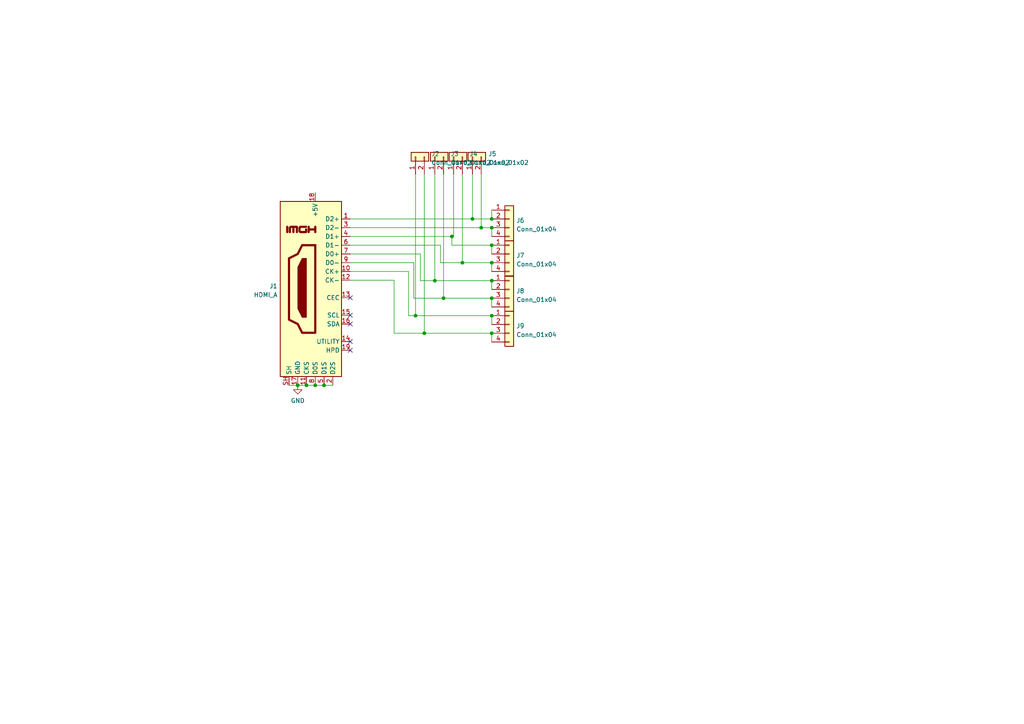
<source format=kicad_sch>
(kicad_sch (version 20211123) (generator eeschema)
  (paper "A4")
  (lib_symbols
    (symbol "Connector:HDMI_A"
      (property "Reference" "J" (at -6.35 26.67 0))
      (property "Value" "HDMI_A" (at 10.16 26.67 0))
      (symbol "HDMI_A_0_0"
        (polyline (pts (xy 8.128 16.51) (xy 8.128 18.034)) (stroke (width 0.635)))
        (polyline (pts (xy 0 16.51) (xy 0 18.034) (xy 0 17.272) (xy 1.905 17.272) (xy 1.905 18.034) (xy 1.905 16.51)) (stroke (width 0.635)))
        (polyline (pts (xy 2.667 18.034) (xy 4.318 18.034) (xy 4.572 17.78) (xy 4.572 16.764) (xy 4.318 16.51) (xy 2.667 16.51) (xy 2.667 17.272)) (stroke (width 0.635)))
      )
      (symbol "HDMI_A_0_1"
        (rectangle (start -7.62 25.4) (end 10.16 -25.4) (stroke (width 0.254)) (fill (type background)))
        (polyline (pts (xy 2.54 8.89) (xy 3.81 8.89) (xy 5.08 6.35) (xy 5.08 -5.715) (xy 3.81 -8.255) (xy 2.54 -8.255) (xy 2.54 8.89)) (fill (type outline)))
        (polyline (pts (xy 5.334 16.51) (xy 5.334 18.034) (xy 6.35 18.034) (xy 6.35 16.51) (xy 6.35 18.034) (xy 7.112 18.034) (xy 7.366 17.78) (xy 7.366 16.51)) (stroke (width 0.635)))
        (polyline (pts (xy 0 12.7) (xy 0 -12.7) (xy 3.81 -12.7) (xy 5.08 -10.16) (xy 7.62 -8.89) (xy 7.62 8.89) (xy 5.08 10.16) (xy 3.81 12.7) (xy 0 12.7)) (stroke (width 0.635)))
      )
      (symbol "HDMI_A_1_1"
        (pin passive line (at -10.16 20.32 0) (length 2.54) (name "D2+") (number "1"))
        (pin passive line (at -10.16 5.08 0) (length 2.54) (name "CK+") (number "10"))
        (pin power_in line (at 2.54 -27.94 90) (length 2.54) (name "CKS") (number "11"))
        (pin passive line (at -10.16 2.54 0) (length 2.54) (name "CK-") (number "12"))
        (pin bidirectional line (at -10.16 -2.54 0) (length 2.54) (name "CEC") (number "13"))
        (pin passive line (at -10.16 -15.24 0) (length 2.54) (name "UTILITY") (number "14"))
        (pin passive line (at -10.16 -7.62 0) (length 2.54) (name "SCL") (number "15"))
        (pin bidirectional line (at -10.16 -10.16 0) (length 2.54) (name "SDA") (number "16"))
        (pin power_in line (at 5.08 -27.94 90) (length 2.54) (name "GND") (number "17"))
        (pin power_in line (at 0 27.94 270) (length 2.54) (name "+5V") (number "18"))
        (pin passive line (at -10.16 -17.78 0) (length 2.54) (name "HPD") (number "19"))
        (pin power_in line (at -5.08 -27.94 90) (length 2.54) (name "D2S") (number "2"))
        (pin passive line (at -10.16 17.78 0) (length 2.54) (name "D2-") (number "3"))
        (pin passive line (at -10.16 15.24 0) (length 2.54) (name "D1+") (number "4"))
        (pin power_in line (at -2.54 -27.94 90) (length 2.54) (name "D1S") (number "5"))
        (pin passive line (at -10.16 12.7 0) (length 2.54) (name "D1-") (number "6"))
        (pin passive line (at -10.16 10.16 0) (length 2.54) (name "D0+") (number "7"))
        (pin power_in line (at 0 -27.94 90) (length 2.54) (name "D0S") (number "8"))
        (pin passive line (at -10.16 7.62 0) (length 2.54) (name "D0-") (number "9"))
        (pin passive line (at 7.62 -27.94 90) (length 2.54) (name "SH") (number "SH"))
      )
    )
    (symbol "Connector_Generic:Conn_01x02" (pin_names (offset 1.016) hide)
      (property "Reference" "J" (at 0 2.54 0))
      (property "Value" "Conn_01x02" (at 0 -5.08 0))
      (symbol "Conn_01x02_1_1"
        (rectangle (start -1.27 -2.413) (end 0 -2.667) (stroke (width 0.1524)))
        (rectangle (start -1.27 0.127) (end 0 -0.127) (stroke (width 0.1524)))
        (rectangle (start -1.27 1.27) (end 1.27 -3.81) (stroke (width 0.254)) (fill (type background)))
        (pin passive line (at -5.08 0 0) (length 3.81) (name "Pin_1") (number "1"))
        (pin passive line (at -5.08 -2.54 0) (length 3.81) (name "Pin_2") (number "2"))
      )
    )
    (symbol "Connector_Generic:Conn_01x04" (pin_names (offset 1.016) hide)
      (property "Reference" "J" (at 0 5.08 0))
      (property "Value" "Conn_01x04" (at 0 -7.62 0))
      (symbol "Conn_01x04_1_1"
        (rectangle (start -1.27 -4.953) (end 0 -5.207) (stroke (width 0.1524)))
        (rectangle (start -1.27 -2.413) (end 0 -2.667) (stroke (width 0.1524)))
        (rectangle (start -1.27 0.127) (end 0 -0.127) (stroke (width 0.1524)))
        (rectangle (start -1.27 2.667) (end 0 2.413) (stroke (width 0.1524)))
        (rectangle (start -1.27 3.81) (end 1.27 -6.35) (stroke (width 0.254)) (fill (type background)))
        (pin passive line (at -5.08 2.54 0) (length 3.81) (name "Pin_1") (number "1"))
        (pin passive line (at -5.08 0 0) (length 3.81) (name "Pin_2") (number "2"))
        (pin passive line (at -5.08 -2.54 0) (length 3.81) (name "Pin_3") (number "3"))
        (pin passive line (at -5.08 -5.08 0) (length 3.81) (name "Pin_4") (number "4"))
      )
    )
    (symbol "power:GND" (power) (pin_names (offset 0))
      (property "Value" "GND" (at 0 -3.81 0))
      (symbol "GND_0_1"
        (polyline (pts (xy 0 0) (xy 0 -1.27) (xy 1.27 -1.27) (xy 0 -2.54) (xy -1.27 -1.27) (xy 0 -1.27)))
      )
      (symbol "GND_1_1"
        (pin power_in line (at 0 0 270) (length 0) hide (name "GND") (number "1"))
      )
    )
  )
  (junction (at 142.621 76.2))
  (junction (at 142.621 63.5))
  (junction (at 142.621 86.487))
  (junction (at 142.621 96.647))
  (junction (at 139.573 66.04))
  (junction (at 126.111 81.407))
  (junction (at 142.621 71.12))
  (junction (at 137.033 63.5))
  (junction (at 131.064 68.58))
  (junction (at 128.651 86.487))
  (junction (at 142.621 91.567))
  (junction (at 91.44 111.76))
  (junction (at 142.621 66.04))
  (junction (at 88.9 111.76))
  (junction (at 120.523 91.567))
  (junction (at 93.98 111.76))
  (junction (at 142.621 81.407))
  (junction (at 134.112 76.2))
  (junction (at 86.36 111.76))
  (junction (at 123.063 96.647))
  (no_connect (at 101.6 101.6))
  (no_connect (at 101.6 93.98))
  (no_connect (at 101.6 86.36))
  (no_connect (at 101.6 91.44))
  (no_connect (at 101.6 99.06))
  (wire (pts (xy 101.6 63.5) (xy 137.033 63.5)))
  (wire (pts (xy 131.064 71.12) (xy 131.064 68.58)))
  (wire (pts (xy 142.621 60.96) (xy 142.621 63.5)))
  (wire (pts (xy 120.523 91.567) (xy 118.491 91.567)))
  (wire (pts (xy 101.6 66.04) (xy 139.573 66.04)))
  (wire (pts (xy 101.6 81.28) (xy 114.3 81.28)))
  (wire (pts (xy 120.523 50.546) (xy 120.523 91.567)))
  (wire (pts (xy 127.762 76.2) (xy 127.762 71.12)))
  (wire (pts (xy 86.36 111.76) (xy 88.9 111.76)))
  (wire (pts (xy 101.6 76.2) (xy 120.015 76.2)))
  (wire (pts (xy 142.621 66.04) (xy 142.621 68.58)))
  (wire (pts (xy 142.621 76.2) (xy 142.621 78.74)))
  (wire (pts (xy 139.573 50.546) (xy 139.573 66.04)))
  (wire (pts (xy 134.112 76.2) (xy 127.762 76.2)))
  (wire (pts (xy 142.621 76.2) (xy 134.112 76.2)))
  (wire (pts (xy 128.651 50.546) (xy 128.651 86.487)))
  (wire (pts (xy 91.44 111.76) (xy 93.98 111.76)))
  (wire (pts (xy 120.015 86.487) (xy 120.015 76.2)))
  (wire (pts (xy 137.033 63.5) (xy 142.621 63.5)))
  (wire (pts (xy 114.3 96.647) (xy 123.063 96.647)))
  (wire (pts (xy 126.111 50.546) (xy 126.111 81.407)))
  (wire (pts (xy 93.98 111.76) (xy 96.52 111.76)))
  (wire (pts (xy 123.063 96.647) (xy 142.621 96.647)))
  (wire (pts (xy 101.6 78.74) (xy 118.491 78.74)))
  (wire (pts (xy 142.621 81.407) (xy 126.111 81.407)))
  (wire (pts (xy 137.033 50.546) (xy 137.033 63.5)))
  (wire (pts (xy 114.3 96.647) (xy 114.3 81.28)))
  (wire (pts (xy 118.491 91.567) (xy 118.491 78.74)))
  (wire (pts (xy 131.572 50.546) (xy 131.572 68.58)))
  (wire (pts (xy 142.621 91.567) (xy 142.621 94.107)))
  (wire (pts (xy 123.063 50.546) (xy 123.063 96.647)))
  (wire (pts (xy 142.621 86.487) (xy 128.651 86.487)))
  (wire (pts (xy 101.6 73.66) (xy 121.92 73.66)))
  (wire (pts (xy 121.92 73.66) (xy 121.92 81.407)))
  (wire (pts (xy 101.6 68.58) (xy 131.064 68.58)))
  (wire (pts (xy 142.621 86.487) (xy 142.621 89.027)))
  (wire (pts (xy 142.621 96.647) (xy 142.621 99.187)))
  (wire (pts (xy 134.112 50.546) (xy 134.112 76.2)))
  (wire (pts (xy 142.621 81.407) (xy 142.621 83.947)))
  (wire (pts (xy 101.6 71.12) (xy 127.762 71.12)))
  (wire (pts (xy 83.82 111.76) (xy 86.36 111.76)))
  (wire (pts (xy 139.573 66.04) (xy 142.621 66.04)))
  (wire (pts (xy 142.621 71.12) (xy 142.621 73.66)))
  (wire (pts (xy 142.621 71.12) (xy 131.064 71.12)))
  (wire (pts (xy 142.621 91.567) (xy 120.523 91.567)))
  (wire (pts (xy 126.111 81.407) (xy 121.92 81.407)))
  (wire (pts (xy 128.651 86.487) (xy 120.015 86.487)))
  (wire (pts (xy 131.572 68.58) (xy 131.064 68.58)))
  (wire (pts (xy 88.9 111.76) (xy 91.44 111.76)))
  (symbol (lib_id "Connector_Generic:Conn_01x02") (at 137.033 45.466 90) (unit 1)
    (property "Reference" "J5" (at 141.605 44.6313 90) (effects (justify right)))
    (property "Value" "Conn_01x02" (at 141.605 47.1682 90) (effects (justify right)))
    (property "Footprint" "Connector_JST:JST_PH_S2B-PH-K_1x02_P2.00mm_Horizontal" (effects hide))
    (property "LCSC" "C16965" (effects hide))
  )
  (symbol (lib_id "Connector_Generic:Conn_01x02") (at 126.111 45.466 90) (unit 1)
    (property "Reference" "J3" (at 130.683 44.6313 90) (effects (justify right)))
    (property "Value" "Conn_01x02" (at 130.683 47.1682 90) (effects (justify right)))
    (property "Footprint" "Connector_JST:JST_PH_S2B-PH-K_1x02_P2.00mm_Horizontal" (effects hide))
    (property "LCSC" "C16965" (effects hide))
  )
  (symbol (lib_id "Connector_Generic:Conn_01x02") (at 131.572 45.466 90) (unit 1)
    (property "Reference" "J4" (at 136.144 44.6313 90) (effects (justify right)))
    (property "Value" "Conn_01x02" (at 136.144 47.1682 90) (effects (justify right)))
    (property "Footprint" "Connector_JST:JST_PH_S2B-PH-K_1x02_P2.00mm_Horizontal" (effects hide))
    (property "LCSC" "C16965" (effects hide))
  )
  (symbol (lib_id "Connector_Generic:Conn_01x04") (at 147.701 83.947 0) (unit 1)
    (property "Reference" "J8" (at 149.733 84.3823 0) (effects (justify left)))
    (property "Value" "Conn_01x04" (at 149.733 86.9192 0) (effects (justify left)))
    (property "Footprint" "Connector_JST:JST_SH_SM04B-SRSS-TB_1x04-1MP_P1.00mm_Horizontal" (effects hide))
    (property "LCSC" "C371571" (effects hide))
  )
  (symbol (lib_id "power:GND") (at 86.36 111.76 0) (unit 1)
    (property "Reference" "#PWR0101" (effects hide))
    (property "Value" "GND" (at 86.36 116.2034 0))
  )
  (symbol (lib_id "Connector:HDMI_A") (at 91.44 83.82 0) (mirror y) (unit 1)
    (property "Reference" "J1" (at 80.5181 82.9853 0) (effects (justify left)))
    (property "Value" "HDMI_A" (at 80.5181 85.5222 0) (effects (justify left)))
    (property "Footprint" "0_21Pin_FootprintLib:HDMI-SMD_HDMI-019S" (effects hide))
    (property "Datasheet" "https://en.wikipedia.org/wiki/HDMI" (effects hide))
    (property "LCSC" "C111617" (effects hide))
  )
  (symbol (lib_id "Connector_Generic:Conn_01x04") (at 147.701 73.66 0) (unit 1)
    (property "Reference" "J7" (at 149.733 74.0953 0) (effects (justify left)))
    (property "Value" "Conn_01x04" (at 149.733 76.6322 0) (effects (justify left)))
    (property "Footprint" "Connector_JST:JST_SH_SM04B-SRSS-TB_1x04-1MP_P1.00mm_Horizontal" (effects hide))
    (property "LCSC" "C371571" (effects hide))
  )
  (symbol (lib_id "Connector_Generic:Conn_01x02") (at 120.523 45.466 90) (unit 1)
    (property "Reference" "J2" (at 125.095 44.6313 90) (effects (justify right)))
    (property "Value" "Conn_01x02" (at 125.095 47.1682 90) (effects (justify right)))
    (property "Footprint" "Connector_JST:JST_PH_S2B-PH-K_1x02_P2.00mm_Horizontal" (effects hide))
    (property "LCSC" "C16965" (effects hide))
  )
  (symbol (lib_id "Connector_Generic:Conn_01x04") (at 147.701 94.107 0) (unit 1)
    (property "Reference" "J9" (at 149.733 94.5423 0) (effects (justify left)))
    (property "Value" "Conn_01x04" (at 149.733 97.0792 0) (effects (justify left)))
    (property "Footprint" "Connector_JST:JST_SH_SM04B-SRSS-TB_1x04-1MP_P1.00mm_Horizontal" (effects hide))
    (property "LCSC" "C371571" (effects hide))
  )
  (symbol (lib_id "Connector_Generic:Conn_01x04") (at 147.701 63.5 0) (unit 1)
    (property "Reference" "J6" (at 149.733 63.9353 0) (effects (justify left)))
    (property "Value" "Conn_01x04" (at 149.733 66.4722 0) (effects (justify left)))
    (property "Footprint" "Connector_JST:JST_SH_SM04B-SRSS-TB_1x04-1MP_P1.00mm_Horizontal" (effects hide))
    (property "LCSC" "C371571" (effects hide))
  )
)
</source>
